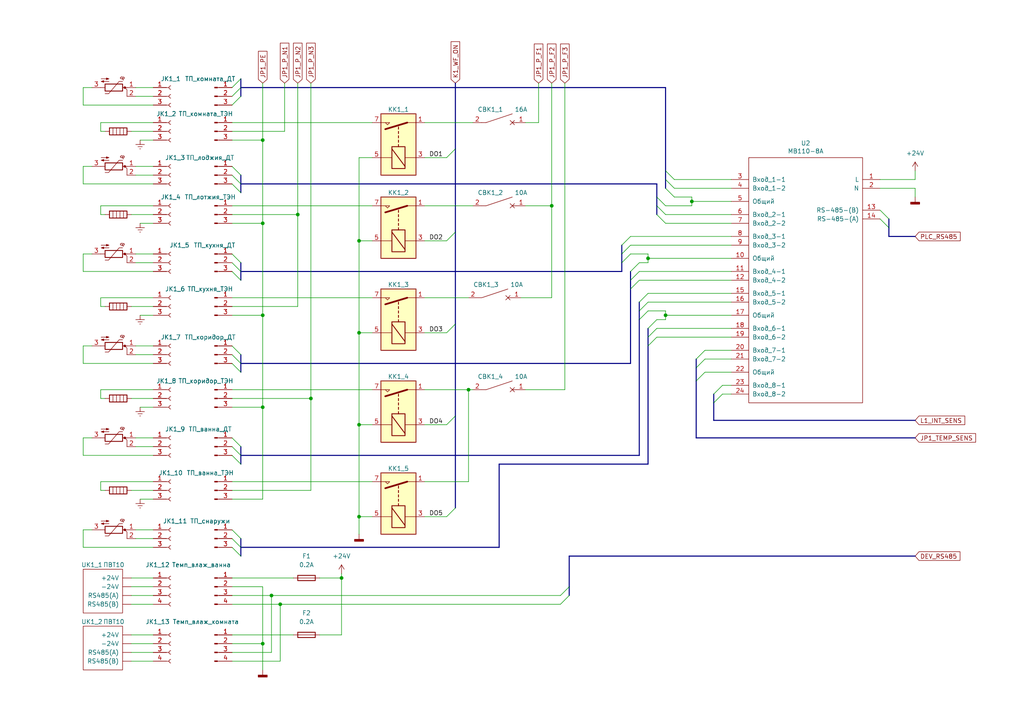
<source format=kicad_sch>
(kicad_sch (version 20211123) (generator eeschema)
  (paper "A4")
  (title_block (title "Климат, лист 1") (date "2023-02-01") (rev "2"))
  (lib_symbols
    (symbol "Connector:Conn_01x03_Female" (pin_names (offset 1.016) hide)
      (property "Reference" "J" (at 0 5.08 0))
      (property "Value" "Conn_01x03_Female" (at 0 -5.08 0))
      (symbol "Conn_01x03_Female_1_1"
        (arc (start 0 -2.032) (mid -0.508 -2.54) (end 0 -3.048) (stroke (width 0.1524)))
        (polyline (pts (xy -1.27 -2.54) (xy -0.508 -2.54)) (stroke (width 0.1524)))
        (polyline (pts (xy -1.27 0) (xy -0.508 0)) (stroke (width 0.1524)))
        (polyline (pts (xy -1.27 2.54) (xy -0.508 2.54)) (stroke (width 0.1524)))
        (arc (start 0 0.508) (mid -0.508 0) (end 0 -0.508) (stroke (width 0.1524)))
        (arc (start 0 3.048) (mid -0.508 2.54) (end 0 2.032) (stroke (width 0.1524)))
        (pin passive line (at -5.08 2.54 0) (length 3.81) (name "Pin_1") (number "1"))
        (pin passive line (at -5.08 0 0) (length 3.81) (name "Pin_2") (number "2"))
        (pin passive line (at -5.08 -2.54 0) (length 3.81) (name "Pin_3") (number "3"))
      )
    )
    (symbol "Connector:Conn_01x03_Male" (pin_names (offset 1.016) hide)
      (property "Reference" "J" (at 0 5.08 0))
      (property "Value" "Conn_01x03_Male" (at 0 -5.08 0))
      (symbol "Conn_01x03_Male_1_1"
        (polyline (pts (xy 1.27 -2.54) (xy 0.8636 -2.54)) (stroke (width 0.1524)))
        (polyline (pts (xy 1.27 0) (xy 0.8636 0)) (stroke (width 0.1524)))
        (polyline (pts (xy 1.27 2.54) (xy 0.8636 2.54)) (stroke (width 0.1524)))
        (rectangle (start 0.8636 -2.413) (end 0 -2.667) (stroke (width 0.1524)) (fill (type outline)))
        (rectangle (start 0.8636 0.127) (end 0 -0.127) (stroke (width 0.1524)) (fill (type outline)))
        (rectangle (start 0.8636 2.667) (end 0 2.413) (stroke (width 0.1524)) (fill (type outline)))
        (pin passive line (at 5.08 2.54 180) (length 3.81) (name "Pin_1") (number "1"))
        (pin passive line (at 5.08 0 180) (length 3.81) (name "Pin_2") (number "2"))
        (pin passive line (at 5.08 -2.54 180) (length 3.81) (name "Pin_3") (number "3"))
      )
    )
    (symbol "Connector:Conn_01x04_Female" (pin_names (offset 1.016) hide)
      (property "Reference" "J" (at 0 5.08 0))
      (property "Value" "Conn_01x04_Female" (at 0 -7.62 0))
      (symbol "Conn_01x04_Female_1_1"
        (arc (start 0 -4.572) (mid -0.508 -5.08) (end 0 -5.588) (stroke (width 0.1524)))
        (arc (start 0 -2.032) (mid -0.508 -2.54) (end 0 -3.048) (stroke (width 0.1524)))
        (polyline (pts (xy -1.27 -5.08) (xy -0.508 -5.08)) (stroke (width 0.1524)))
        (polyline (pts (xy -1.27 -2.54) (xy -0.508 -2.54)) (stroke (width 0.1524)))
        (polyline (pts (xy -1.27 0) (xy -0.508 0)) (stroke (width 0.1524)))
        (polyline (pts (xy -1.27 2.54) (xy -0.508 2.54)) (stroke (width 0.1524)))
        (arc (start 0 0.508) (mid -0.508 0) (end 0 -0.508) (stroke (width 0.1524)))
        (arc (start 0 3.048) (mid -0.508 2.54) (end 0 2.032) (stroke (width 0.1524)))
        (pin passive line (at -5.08 2.54 0) (length 3.81) (name "Pin_1") (number "1"))
        (pin passive line (at -5.08 0 0) (length 3.81) (name "Pin_2") (number "2"))
        (pin passive line (at -5.08 -2.54 0) (length 3.81) (name "Pin_3") (number "3"))
        (pin passive line (at -5.08 -5.08 0) (length 3.81) (name "Pin_4") (number "4"))
      )
    )
    (symbol "Connector:Conn_01x04_Male" (pin_names (offset 1.016) hide)
      (property "Reference" "J" (at 0 5.08 0))
      (property "Value" "Conn_01x04_Male" (at 0 -7.62 0))
      (symbol "Conn_01x04_Male_1_1"
        (polyline (pts (xy 1.27 -5.08) (xy 0.8636 -5.08)) (stroke (width 0.1524)))
        (polyline (pts (xy 1.27 -2.54) (xy 0.8636 -2.54)) (stroke (width 0.1524)))
        (polyline (pts (xy 1.27 0) (xy 0.8636 0)) (stroke (width 0.1524)))
        (polyline (pts (xy 1.27 2.54) (xy 0.8636 2.54)) (stroke (width 0.1524)))
        (rectangle (start 0.8636 -4.953) (end 0 -5.207) (stroke (width 0.1524)) (fill (type outline)))
        (rectangle (start 0.8636 -2.413) (end 0 -2.667) (stroke (width 0.1524)) (fill (type outline)))
        (rectangle (start 0.8636 0.127) (end 0 -0.127) (stroke (width 0.1524)) (fill (type outline)))
        (rectangle (start 0.8636 2.667) (end 0 2.413) (stroke (width 0.1524)) (fill (type outline)))
        (pin passive line (at 5.08 2.54 180) (length 3.81) (name "Pin_1") (number "1"))
        (pin passive line (at 5.08 0 180) (length 3.81) (name "Pin_2") (number "2"))
        (pin passive line (at 5.08 -2.54 180) (length 3.81) (name "Pin_3") (number "3"))
        (pin passive line (at 5.08 -5.08 180) (length 3.81) (name "Pin_4") (number "4"))
      )
    )
    (symbol "Device:CircuitBreaker_1P"
      (property "Reference" "CB" (at 1.905 0 0))
      (property "Value" "CircuitBreaker_1P" (at 1.905 1.905 0))
      (symbol "CircuitBreaker_1P_0_1"
        (polyline (pts (xy 0 -5.08) (xy 0 -3.81)))
        (polyline (pts (xy 0 -3.81) (xy -2.54 3.81)))
      )
      (symbol "CircuitBreaker_1P_1_1"
        (polyline (pts (xy -0.635 4.445) (xy 0.635 3.175)))
        (polyline (pts (xy 0 5.08) (xy 0 3.81)))
        (polyline (pts (xy 0.635 4.445) (xy -0.635 3.175)))
        (pin passive line (at 0 7.62 270) (length 2.54) (name "~") (number "1"))
        (pin passive line (at 0 -7.62 90) (length 2.54) (name "~") (number "2"))
      )
    )
    (symbol "Device:Fuse" (pin_numbers hide) (pin_names (offset 0))
      (property "Reference" "F" (at 2.032 0 90))
      (property "Value" "Fuse" (at -1.905 0 90))
      (symbol "Fuse_0_1"
        (rectangle (start -0.762 -2.54) (end 0.762 2.54) (stroke (width 0.254)))
        (polyline (pts (xy 0 2.54) (xy 0 -2.54)))
      )
      (symbol "Fuse_1_1"
        (pin passive line (at 0 3.81 270) (length 1.27) (name "~") (number "1"))
        (pin passive line (at 0 -3.81 90) (length 1.27) (name "~") (number "2"))
      )
    )
    (symbol "Device:Heater" (pin_numbers hide) (pin_names (offset 0))
      (property "Reference" "R" (at 2.032 0 90))
      (property "Value" "Heater" (at -2.032 0 90))
      (symbol "Heater_0_1"
        (rectangle (start -1.016 -2.54) (end 1.016 2.54) (stroke (width 0.254)))
        (polyline (pts (xy -1.016 1.524) (xy 1.016 1.524)))
        (polyline (pts (xy 1.016 -1.524) (xy -1.016 -1.524)))
        (polyline (pts (xy 1.016 -0.508) (xy -1.016 -0.508)))
        (polyline (pts (xy 1.016 0.508) (xy -1.016 0.508)))
      )
      (symbol "Heater_1_1"
        (pin passive line (at 0 3.81 270) (length 1.27) (name "~") (number "1"))
        (pin passive line (at 0 -3.81 90) (length 1.27) (name "~") (number "2"))
      )
    )
    (symbol "Relay:SILxx-1Axx-71x"
      (property "Reference" "K" (at 8.89 3.81 0))
      (property "Value" "SILxx-1Axx-71x" (at 8.89 1.27 0))
      (symbol "SILxx-1Axx-71x_0_0"
        (polyline (pts (xy 5.08 5.08) (xy 5.08 2.54) (xy 4.445 3.175) (xy 5.08 3.81)))
      )
      (symbol "SILxx-1Axx-71x_0_1"
        (rectangle (start -10.16 5.08) (end 7.62 -5.08) (stroke (width 0.254)) (fill (type background)))
        (rectangle (start -8.255 1.905) (end -1.905 -1.905) (stroke (width 0.254)))
        (polyline (pts (xy -7.62 -1.905) (xy -2.54 1.905)) (stroke (width 0.254)))
        (polyline (pts (xy -5.08 -5.08) (xy -5.08 -1.905)))
        (polyline (pts (xy -5.08 5.08) (xy -5.08 1.905)))
        (polyline (pts (xy -1.905 0) (xy -1.27 0)) (stroke (width 0.254)))
        (polyline (pts (xy -0.635 0) (xy 0 0)) (stroke (width 0.254)))
        (polyline (pts (xy 0.635 0) (xy 1.27 0)) (stroke (width 0.254)))
        (polyline (pts (xy 1.905 0) (xy 2.54 0)) (stroke (width 0.254)))
        (polyline (pts (xy 3.175 0) (xy 3.81 0)) (stroke (width 0.254)))
        (polyline (pts (xy 5.08 -2.54) (xy 3.175 3.81)) (stroke (width 0.508)))
        (polyline (pts (xy 5.08 -2.54) (xy 5.08 -5.08)))
      )
      (symbol "SILxx-1Axx-71x_1_1"
        (pin passive line (at 5.08 -7.62 90) (length 2.54) (name "~") (number "1"))
        (pin passive line (at -5.08 -7.62 90) (length 2.54) (name "~") (number "3"))
        (pin passive line (at -5.08 7.62 270) (length 2.54) (name "~") (number "5"))
        (pin passive line (at 5.08 7.62 270) (length 2.54) (name "~") (number "7"))
      )
    )
    (symbol "climat_1-rescue:Thermistor_NTC_3wire-Device" (pin_names (offset 0))
      (property "Reference" "TH" (at 1.905 3.81 0))
      (property "Value" "Thermistor_NTC_3wire-Device" (at 1.905 1.27 0))
      (symbol "Thermistor_NTC_3wire-Device_0_1"
        (arc (start -3.048 2.159) (mid -3.0495 2.3143) (end -3.175 2.413))
        (arc (start -3.048 2.159) (mid -2.9736 1.9794) (end -2.794 1.905))
        (arc (start -3.048 2.794) (mid -2.9736 2.6144) (end -2.794 2.54))
        (arc (start -2.794 1.905) (mid -2.6144 1.9794) (end -2.54 2.159))
        (arc (start -2.794 2.54) (mid -2.4393 2.5587) (end -2.159 2.794))
        (arc (start -2.794 3.048) (mid -2.9736 2.9736) (end -3.048 2.794))
        (arc (start -2.54 2.794) (mid -2.6144 2.9736) (end -2.794 3.048))
        (rectangle (start -1.016 2.54) (end 1.016 -2.54) (stroke (width 0.254)))
        (polyline (pts (xy -2.54 2.159) (xy -2.54 2.794)))
        (polyline (pts (xy 0 -3.81) (xy 0 -2.54)))
        (polyline (pts (xy 0 3.81) (xy 0 2.54)))
        (polyline (pts (xy 2.54 3.81) (xy 0.635 3.81) (xy 0 3.175)))
        (polyline (pts (xy -1.778 2.54) (xy -1.778 1.524) (xy 1.778 -1.524) (xy 1.778 -2.54)))
        (polyline (pts (xy -2.54 -3.683) (xy -2.54 -1.397) (xy -2.794 -2.159) (xy -2.286 -2.159) (xy -2.54 -1.397) (xy -2.54 -1.651)) (fill (type outline)))
        (polyline (pts (xy -1.778 -1.397) (xy -1.778 -3.683) (xy -2.032 -2.921) (xy -1.524 -2.921) (xy -1.778 -3.683) (xy -1.778 -3.429)) (fill (type outline)))
        (circle (center 0 3.175) (radius 0.2794) (fill (type outline)))
      )
      (symbol "Thermistor_NTC_3wire-Device_1_1"
        (pin passive line (at 0 6.35 270) (length 2.54) (name "~") (number "1"))
        (pin passive line (at 2.54 6.35 270) (length 2.54) (name "~") (number "2"))
        (pin passive line (at 0 -6.35 90) (length 2.54) (name "~") (number "3"))
      )
    )
    (symbol "climat_1-rescue:МВ110-8А-plc" (pin_names (offset 1.016))
      (property "Reference" "U" (at 0 0 0))
      (property "Value" "МВ110-8А-plc" (at 0 2.54 0))
      (symbol "МВ110-8А-plc_0_1"
        (rectangle (start -16.51 5.08) (end 16.51 -66.04))
      )
      (symbol "МВ110-8А-plc_1_1"
        (pin power_in line (at 21.59 -1.27 180) (length 5.08) (name "L") (number "1"))
        (pin input line (at -21.59 -24.13 0) (length 5.08) (name "Общий") (number "10"))
        (pin input line (at -21.59 -27.94 0) (length 5.08) (name "Вход_4-1") (number "11"))
        (pin input line (at -21.59 -30.48 0) (length 5.08) (name "Вход_4-2") (number "12"))
        (pin bidirectional line (at 21.59 -10.16 180) (length 5.08) (name "RS-485-(B)") (number "13"))
        (pin bidirectional line (at 21.59 -12.7 180) (length 5.08) (name "RS-485-(A)") (number "14"))
        (pin input line (at -21.59 -34.29 0) (length 5.08) (name "Вход_5-1") (number "15"))
        (pin input line (at -21.59 -36.83 0) (length 5.08) (name "Вход_5-2") (number "16"))
        (pin input line (at -21.59 -40.64 0) (length 5.08) (name "Общий") (number "17"))
        (pin input line (at -21.59 -44.45 0) (length 5.08) (name "Вход_6-1") (number "18"))
        (pin input line (at -21.59 -46.99 0) (length 5.08) (name "Вход_6-2") (number "19"))
        (pin power_in line (at 21.59 -3.81 180) (length 5.08) (name "N") (number "2"))
        (pin input line (at -21.59 -50.8 0) (length 5.08) (name "Вход_7-1") (number "20"))
        (pin input line (at -21.59 -53.34 0) (length 5.08) (name "Вход_7-2") (number "21"))
        (pin input line (at -21.59 -57.15 0) (length 5.08) (name "Общий") (number "22"))
        (pin input line (at -21.59 -60.96 0) (length 5.08) (name "Вход_8-1") (number "23"))
        (pin input line (at -21.59 -63.5 0) (length 5.08) (name "Вход_8-2") (number "24"))
        (pin input line (at -21.59 -1.27 0) (length 5.08) (name "Вход_1-1") (number "3"))
        (pin input line (at -21.59 -3.81 0) (length 5.08) (name "Вход_1-2") (number "4"))
        (pin input line (at -21.59 -7.62 0) (length 5.08) (name "Общий") (number "5"))
        (pin input line (at -21.59 -11.43 0) (length 5.08) (name "Вход_2-1") (number "6"))
        (pin input line (at -21.59 -13.97 0) (length 5.08) (name "Вход_2-2") (number "7"))
        (pin input line (at -21.59 -17.78 0) (length 5.08) (name "Вход_3-1") (number "8"))
        (pin input line (at -21.59 -20.32 0) (length 5.08) (name "Вход_3-2") (number "9"))
      )
    )
    (symbol "plc:ПВТ10" (pin_names (offset 1.016))
      (property "Reference" "U" (at 0 2.54 0))
      (property "Value" "ПВТ10" (at 0 5.08 0))
      (symbol "ПВТ10_0_1"
        (rectangle (start -7.62 1.27) (end 3.81 -11.43))
      )
      (symbol "ПВТ10_1_1"
        (pin power_in line (at 6.35 -1.27 180) (length 2.54) (name "+24V") (number "~"))
        (pin power_in line (at 6.35 -3.81 180) (length 2.54) (name "-24V") (number "~"))
        (pin bidirectional line (at 6.35 -6.35 180) (length 2.54) (name "RS485(A)") (number "~"))
        (pin bidirectional line (at 6.35 -8.89 180) (length 2.54) (name "RS485(B)") (number "~"))
      )
    )
    (symbol "power:+24V" (power) (pin_names (offset 0))
      (property "Value" "+24V" (at 0 3.556 0))
      (symbol "+24V_0_1"
        (polyline (pts (xy -0.762 1.27) (xy 0 2.54)))
        (polyline (pts (xy 0 0) (xy 0 2.54)))
        (polyline (pts (xy 0 2.54) (xy 0.762 1.27)))
      )
      (symbol "+24V_1_1"
        (pin power_in line (at 0 0 90) (length 0) hide (name "+24V") (number "1"))
      )
    )
    (symbol "power:GNDD" (power) (pin_names (offset 0))
      (property "Value" "GNDD" (at 0 -3.175 0))
      (symbol "GNDD_0_1"
        (rectangle (start -1.27 -1.524) (end 1.27 -2.032) (stroke (width 0.254)) (fill (type outline)))
        (polyline (pts (xy 0 0) (xy 0 -1.524)))
      )
      (symbol "GNDD_1_1"
        (pin power_in line (at 0 0 270) (length 0) hide (name "GNDD") (number "1"))
      )
    )
    (symbol "power:GNDREF" (power) (pin_names (offset 0))
      (property "Value" "GNDREF" (at 0 -3.81 0))
      (symbol "GNDREF_0_1"
        (polyline (pts (xy -0.635 -1.905) (xy 0.635 -1.905)))
        (polyline (pts (xy -0.127 -2.54) (xy 0.127 -2.54)))
        (polyline (pts (xy 0 -1.27) (xy 0 0)))
        (polyline (pts (xy 1.27 -1.27) (xy -1.27 -1.27)))
      )
      (symbol "GNDREF_1_1"
        (pin power_in line (at 0 0 270) (length 0) hide (name "GNDREF") (number "1"))
      )
    )
  )
  (junction (at 99.06 167.64))
  (junction (at 90.17 115.57))
  (junction (at 76.2 40.64))
  (junction (at 135.89 113.03))
  (junction (at 193.04 91.44))
  (junction (at 187.96 74.93))
  (junction (at 104.14 123.19))
  (junction (at 76.2 91.44))
  (junction (at 104.14 149.86))
  (junction (at 200.66 58.42))
  (junction (at 104.14 96.52))
  (junction (at 86.36 62.23))
  (junction (at 76.2 64.77))
  (junction (at 81.28 175.26))
  (junction (at 160.02 59.69))
  (junction (at 76.2 186.69))
  (junction (at 78.74 172.72))
  (junction (at 104.14 69.85))
  (junction (at 76.2 118.11))
  (bus_entry (at 193.04 54.61) (size 2.54 2.54))
  (bus_entry (at 182.88 83.82) (size 2.54 -2.54))
  (bus_entry (at 182.88 78.74) (size 2.54 -2.54))
  (bus_entry (at 129.54 69.85) (size 2.54 -2.54))
  (bus_entry (at 190.5 57.15) (size 2.54 2.54))
  (bus_entry (at 129.54 96.52) (size 2.54 -2.54))
  (bus_entry (at 67.31 48.26) (size 2.54 2.54))
  (bus_entry (at 190.5 59.69) (size 2.54 2.54))
  (bus_entry (at 129.54 45.72) (size 2.54 -2.54))
  (bus_entry (at 67.31 105.41) (size 2.54 2.54))
  (bus_entry (at 187.96 100.33) (size 2.54 -2.54))
  (bus_entry (at 129.54 123.19) (size 2.54 -2.54))
  (bus_entry (at 67.31 158.75) (size 2.54 2.54))
  (bus_entry (at 185.42 87.63) (size 2.54 -2.54))
  (bus_entry (at 67.31 25.4) (size 2.54 -2.54))
  (bus_entry (at 67.31 102.87) (size 2.54 2.54))
  (bus_entry (at 67.31 129.54) (size 2.54 2.54))
  (bus_entry (at 207.01 114.3) (size 2.54 -2.54))
  (bus_entry (at 67.31 100.33) (size 2.54 2.54))
  (bus_entry (at 193.04 49.53) (size 2.54 2.54))
  (bus_entry (at 180.34 73.66) (size 2.54 -2.54))
  (bus_entry (at 67.31 156.21) (size 2.54 2.54))
  (bus_entry (at 180.34 76.2) (size 2.54 -2.54))
  (bus_entry (at 67.31 27.94) (size 2.54 -2.54))
  (bus_entry (at 67.31 53.34) (size 2.54 2.54))
  (bus_entry (at 185.42 92.71) (size 2.54 -2.54))
  (bus_entry (at 182.88 81.28) (size 2.54 -2.54))
  (bus_entry (at 207.01 116.84) (size 2.54 -2.54))
  (bus_entry (at 67.31 30.48) (size 2.54 -2.54))
  (bus_entry (at 67.31 78.74) (size 2.54 2.54))
  (bus_entry (at 201.93 104.14) (size 2.54 -2.54))
  (bus_entry (at 187.96 95.25) (size 2.54 -2.54))
  (bus_entry (at 129.54 149.86) (size 2.54 -2.54))
  (bus_entry (at 162.56 175.26) (size 2.54 -2.54))
  (bus_entry (at 193.04 52.07) (size 2.54 2.54))
  (bus_entry (at 255.27 60.96) (size 2.54 2.54))
  (bus_entry (at 67.31 127) (size 2.54 2.54))
  (bus_entry (at 255.27 63.5) (size 2.54 2.54))
  (bus_entry (at 201.93 110.49) (size 2.54 -2.54))
  (bus_entry (at 67.31 50.8) (size 2.54 2.54))
  (bus_entry (at 180.34 71.12) (size 2.54 -2.54))
  (bus_entry (at 190.5 62.23) (size 2.54 2.54))
  (bus_entry (at 67.31 73.66) (size 2.54 2.54))
  (bus_entry (at 67.31 132.08) (size 2.54 2.54))
  (bus_entry (at 185.42 90.17) (size 2.54 -2.54))
  (bus_entry (at 67.31 76.2) (size 2.54 2.54))
  (bus_entry (at 67.31 153.67) (size 2.54 2.54))
  (bus_entry (at 201.93 106.68) (size 2.54 -2.54))
  (bus_entry (at 187.96 97.79) (size 2.54 -2.54))
  (bus_entry (at 162.56 172.72) (size 2.54 -2.54))
  (wire (pts (xy 67.31 186.69) (xy 76.2 186.69)))
  (bus (pts (xy 69.85 158.75) (xy 144.78 158.75)))
  (bus (pts (xy 165.1 161.29) (xy 165.1 170.18)))
  (wire (pts (xy 39.37 48.26) (xy 44.45 48.26)))
  (wire (pts (xy 76.2 64.77) (xy 76.2 40.64)))
  (wire (pts (xy 200.66 57.15) (xy 200.66 58.42)))
  (bus (pts (xy 180.34 73.66) (xy 180.34 76.2)))
  (wire (pts (xy 193.04 62.23) (xy 212.09 62.23)))
  (wire (pts (xy 135.89 139.7) (xy 135.89 113.03)))
  (wire (pts (xy 76.2 144.78) (xy 76.2 118.11)))
  (wire (pts (xy 187.96 90.17) (xy 193.04 90.17)))
  (bus (pts (xy 201.93 127) (xy 265.43 127)))
  (wire (pts (xy 92.71 167.64) (xy 99.06 167.64)))
  (wire (pts (xy 76.2 186.69) (xy 76.2 170.18)))
  (bus (pts (xy 69.85 25.4) (xy 69.85 27.94)))
  (wire (pts (xy 29.21 88.9) (xy 30.48 88.9)))
  (wire (pts (xy 76.2 24.13) (xy 76.2 40.64)))
  (wire (pts (xy 81.28 191.77) (xy 81.28 175.26)))
  (wire (pts (xy 187.96 76.2) (xy 185.42 76.2)))
  (wire (pts (xy 76.2 91.44) (xy 67.31 91.44)))
  (wire (pts (xy 24.13 48.26) (xy 26.67 48.26)))
  (wire (pts (xy 123.19 86.36) (xy 135.89 86.36)))
  (wire (pts (xy 182.88 71.12) (xy 212.09 71.12)))
  (bus (pts (xy 69.85 129.54) (xy 69.85 132.08)))
  (wire (pts (xy 182.88 73.66) (xy 187.96 73.66)))
  (wire (pts (xy 44.45 88.9) (xy 38.1 88.9)))
  (bus (pts (xy 193.04 52.07) (xy 193.04 54.61)))
  (wire (pts (xy 38.1 189.23) (xy 44.45 189.23)))
  (wire (pts (xy 265.43 54.61) (xy 265.43 57.15)))
  (wire (pts (xy 39.37 27.94) (xy 44.45 27.94)))
  (wire (pts (xy 104.14 149.86) (xy 107.95 149.86)))
  (bus (pts (xy 69.85 78.74) (xy 180.34 78.74)))
  (bus (pts (xy 69.85 132.08) (xy 69.85 134.62)))
  (wire (pts (xy 195.58 54.61) (xy 212.09 54.61)))
  (wire (pts (xy 44.45 78.74) (xy 24.13 78.74)))
  (bus (pts (xy 207.01 121.92) (xy 265.43 121.92)))
  (wire (pts (xy 187.96 87.63) (xy 212.09 87.63)))
  (wire (pts (xy 200.66 58.42) (xy 200.66 59.69)))
  (bus (pts (xy 69.85 102.87) (xy 69.85 105.41)))
  (wire (pts (xy 265.43 49.53) (xy 265.43 52.07)))
  (bus (pts (xy 144.78 134.62) (xy 187.96 134.62)))
  (wire (pts (xy 39.37 129.54) (xy 44.45 129.54)))
  (wire (pts (xy 67.31 38.1) (xy 82.55 38.1)))
  (wire (pts (xy 104.14 96.52) (xy 104.14 123.19)))
  (wire (pts (xy 44.45 139.7) (xy 29.21 139.7)))
  (wire (pts (xy 190.5 95.25) (xy 212.09 95.25)))
  (wire (pts (xy 67.31 172.72) (xy 78.74 172.72)))
  (bus (pts (xy 69.85 132.08) (xy 185.42 132.08)))
  (wire (pts (xy 39.37 50.8) (xy 44.45 50.8)))
  (wire (pts (xy 123.19 149.86) (xy 129.54 149.86)))
  (wire (pts (xy 24.13 105.41) (xy 24.13 100.33)))
  (wire (pts (xy 29.21 59.69) (xy 29.21 62.23)))
  (wire (pts (xy 29.21 62.23) (xy 30.48 62.23)))
  (bus (pts (xy 144.78 134.62) (xy 144.78 158.75)))
  (bus (pts (xy 185.42 87.63) (xy 185.42 90.17)))
  (wire (pts (xy 187.96 74.93) (xy 187.96 76.2)))
  (wire (pts (xy 193.04 91.44) (xy 212.09 91.44)))
  (wire (pts (xy 81.28 175.26) (xy 162.56 175.26)))
  (wire (pts (xy 24.13 158.75) (xy 24.13 153.67)))
  (bus (pts (xy 69.85 53.34) (xy 190.5 53.34)))
  (wire (pts (xy 39.37 76.2) (xy 44.45 76.2)))
  (wire (pts (xy 67.31 62.23) (xy 86.36 62.23)))
  (wire (pts (xy 135.89 113.03) (xy 137.16 113.03)))
  (wire (pts (xy 255.27 52.07) (xy 265.43 52.07)))
  (wire (pts (xy 44.45 62.23) (xy 38.1 62.23)))
  (wire (pts (xy 24.13 132.08) (xy 24.13 127)))
  (bus (pts (xy 132.08 67.31) (xy 132.08 93.98)))
  (bus (pts (xy 69.85 105.41) (xy 69.85 107.95)))
  (bus (pts (xy 182.88 78.74) (xy 182.88 81.28)))
  (wire (pts (xy 195.58 52.07) (xy 212.09 52.07)))
  (wire (pts (xy 86.36 62.23) (xy 86.36 88.9)))
  (wire (pts (xy 67.31 167.64) (xy 85.09 167.64)))
  (wire (pts (xy 39.37 156.21) (xy 44.45 156.21)))
  (bus (pts (xy 69.85 78.74) (xy 69.85 81.28)))
  (wire (pts (xy 38.1 184.15) (xy 44.45 184.15)))
  (wire (pts (xy 44.45 35.56) (xy 29.21 35.56)))
  (bus (pts (xy 193.04 25.4) (xy 193.04 49.53)))
  (bus (pts (xy 132.08 43.18) (xy 132.08 67.31)))
  (wire (pts (xy 39.37 127) (xy 44.45 127)))
  (bus (pts (xy 69.85 53.34) (xy 69.85 55.88)))
  (wire (pts (xy 44.45 115.57) (xy 38.1 115.57)))
  (bus (pts (xy 69.85 76.2) (xy 69.85 78.74)))
  (wire (pts (xy 90.17 24.13) (xy 90.17 115.57)))
  (wire (pts (xy 67.31 175.26) (xy 81.28 175.26)))
  (bus (pts (xy 69.85 158.75) (xy 69.85 161.29)))
  (bus (pts (xy 69.85 22.86) (xy 69.85 25.4)))
  (bus (pts (xy 201.93 110.49) (xy 201.93 127)))
  (bus (pts (xy 132.08 24.13) (xy 132.08 43.18)))
  (wire (pts (xy 123.19 123.19) (xy 129.54 123.19)))
  (wire (pts (xy 193.04 90.17) (xy 193.04 91.44)))
  (wire (pts (xy 39.37 153.67) (xy 44.45 153.67)))
  (wire (pts (xy 40.64 91.44) (xy 44.45 91.44)))
  (wire (pts (xy 76.2 118.11) (xy 76.2 91.44)))
  (wire (pts (xy 44.45 105.41) (xy 24.13 105.41)))
  (wire (pts (xy 29.21 35.56) (xy 29.21 38.1)))
  (wire (pts (xy 185.42 78.74) (xy 212.09 78.74)))
  (bus (pts (xy 257.81 68.58) (xy 265.43 68.58)))
  (wire (pts (xy 38.1 167.64) (xy 44.45 167.64)))
  (wire (pts (xy 195.58 57.15) (xy 200.66 57.15)))
  (wire (pts (xy 67.31 184.15) (xy 85.09 184.15)))
  (wire (pts (xy 209.55 114.3) (xy 212.09 114.3)))
  (wire (pts (xy 92.71 184.15) (xy 99.06 184.15)))
  (wire (pts (xy 39.37 73.66) (xy 44.45 73.66)))
  (wire (pts (xy 44.45 38.1) (xy 38.1 38.1)))
  (wire (pts (xy 76.2 186.69) (xy 76.2 194.31)))
  (wire (pts (xy 40.64 118.11) (xy 44.45 118.11)))
  (wire (pts (xy 44.45 59.69) (xy 29.21 59.69)))
  (bus (pts (xy 185.42 92.71) (xy 185.42 132.08)))
  (wire (pts (xy 44.45 142.24) (xy 38.1 142.24)))
  (bus (pts (xy 193.04 49.53) (xy 193.04 52.07)))
  (wire (pts (xy 182.88 68.58) (xy 212.09 68.58)))
  (wire (pts (xy 99.06 184.15) (xy 99.06 167.64)))
  (wire (pts (xy 212.09 74.93) (xy 187.96 74.93)))
  (wire (pts (xy 123.19 69.85) (xy 129.54 69.85)))
  (wire (pts (xy 123.19 59.69) (xy 137.16 59.69)))
  (wire (pts (xy 67.31 115.57) (xy 90.17 115.57)))
  (bus (pts (xy 257.81 63.5) (xy 257.81 66.04)))
  (wire (pts (xy 104.14 149.86) (xy 104.14 154.94)))
  (wire (pts (xy 107.95 45.72) (xy 104.14 45.72)))
  (wire (pts (xy 123.19 139.7) (xy 135.89 139.7)))
  (wire (pts (xy 104.14 123.19) (xy 107.95 123.19)))
  (wire (pts (xy 67.31 86.36) (xy 107.95 86.36)))
  (wire (pts (xy 204.47 107.95) (xy 212.09 107.95)))
  (wire (pts (xy 67.31 170.18) (xy 76.2 170.18)))
  (wire (pts (xy 44.45 53.34) (xy 24.13 53.34)))
  (wire (pts (xy 187.96 85.09) (xy 212.09 85.09)))
  (bus (pts (xy 69.85 25.4) (xy 193.04 25.4)))
  (wire (pts (xy 44.45 170.18) (xy 38.1 170.18)))
  (wire (pts (xy 193.04 92.71) (xy 190.5 92.71)))
  (bus (pts (xy 69.85 105.41) (xy 182.88 105.41)))
  (wire (pts (xy 24.13 78.74) (xy 24.13 73.66)))
  (wire (pts (xy 67.31 191.77) (xy 81.28 191.77)))
  (wire (pts (xy 160.02 86.36) (xy 151.13 86.36)))
  (wire (pts (xy 78.74 172.72) (xy 162.56 172.72)))
  (bus (pts (xy 187.96 100.33) (xy 187.96 134.62)))
  (wire (pts (xy 255.27 54.61) (xy 265.43 54.61)))
  (wire (pts (xy 163.83 24.13) (xy 163.83 113.03)))
  (bus (pts (xy 187.96 97.79) (xy 187.96 100.33)))
  (wire (pts (xy 123.19 96.52) (xy 129.54 96.52)))
  (wire (pts (xy 99.06 167.64) (xy 99.06 166.37)))
  (bus (pts (xy 190.5 53.34) (xy 190.5 57.15)))
  (wire (pts (xy 76.2 40.64) (xy 67.31 40.64)))
  (wire (pts (xy 24.13 30.48) (xy 24.13 25.4)))
  (wire (pts (xy 160.02 24.13) (xy 160.02 59.69)))
  (bus (pts (xy 182.88 83.82) (xy 182.88 105.41)))
  (bus (pts (xy 185.42 90.17) (xy 185.42 92.71)))
  (wire (pts (xy 152.4 35.56) (xy 156.21 35.56)))
  (wire (pts (xy 44.45 86.36) (xy 29.21 86.36)))
  (wire (pts (xy 38.1 172.72) (xy 44.45 172.72)))
  (wire (pts (xy 163.83 113.03) (xy 152.4 113.03)))
  (bus (pts (xy 257.81 66.04) (xy 257.81 68.58)))
  (wire (pts (xy 29.21 142.24) (xy 30.48 142.24)))
  (wire (pts (xy 29.21 38.1) (xy 30.48 38.1)))
  (wire (pts (xy 67.31 35.56) (xy 107.95 35.56)))
  (bus (pts (xy 132.08 93.98) (xy 132.08 120.65)))
  (bus (pts (xy 165.1 170.18) (xy 165.1 172.72)))
  (wire (pts (xy 76.2 118.11) (xy 67.31 118.11)))
  (bus (pts (xy 190.5 57.15) (xy 190.5 59.69)))
  (wire (pts (xy 185.42 81.28) (xy 212.09 81.28)))
  (wire (pts (xy 123.19 35.56) (xy 137.16 35.56)))
  (bus (pts (xy 187.96 95.25) (xy 187.96 97.79)))
  (wire (pts (xy 29.21 86.36) (xy 29.21 88.9)))
  (wire (pts (xy 44.45 132.08) (xy 24.13 132.08)))
  (wire (pts (xy 90.17 115.57) (xy 90.17 142.24)))
  (wire (pts (xy 38.1 175.26) (xy 44.45 175.26)))
  (bus (pts (xy 190.5 59.69) (xy 190.5 62.23)))
  (wire (pts (xy 29.21 115.57) (xy 30.48 115.57)))
  (bus (pts (xy 201.93 106.68) (xy 201.93 110.49)))
  (wire (pts (xy 44.45 30.48) (xy 24.13 30.48)))
  (bus (pts (xy 207.01 114.3) (xy 207.01 116.84)))
  (wire (pts (xy 40.64 144.78) (xy 44.45 144.78)))
  (wire (pts (xy 193.04 64.77) (xy 212.09 64.77)))
  (wire (pts (xy 24.13 53.34) (xy 24.13 48.26)))
  (bus (pts (xy 265.43 161.29) (xy 165.1 161.29)))
  (wire (pts (xy 76.2 64.77) (xy 67.31 64.77)))
  (wire (pts (xy 29.21 139.7) (xy 29.21 142.24)))
  (wire (pts (xy 67.31 59.69) (xy 107.95 59.69)))
  (wire (pts (xy 204.47 101.6) (xy 212.09 101.6)))
  (wire (pts (xy 76.2 91.44) (xy 76.2 64.77)))
  (wire (pts (xy 104.14 69.85) (xy 107.95 69.85)))
  (wire (pts (xy 24.13 25.4) (xy 26.67 25.4)))
  (wire (pts (xy 67.31 139.7) (xy 107.95 139.7)))
  (wire (pts (xy 39.37 102.87) (xy 44.45 102.87)))
  (wire (pts (xy 193.04 91.44) (xy 193.04 92.71)))
  (wire (pts (xy 24.13 100.33) (xy 26.67 100.33)))
  (wire (pts (xy 190.5 97.79) (xy 212.09 97.79)))
  (wire (pts (xy 29.21 113.03) (xy 29.21 115.57)))
  (wire (pts (xy 123.19 45.72) (xy 129.54 45.72)))
  (wire (pts (xy 82.55 38.1) (xy 82.55 24.13)))
  (wire (pts (xy 67.31 113.03) (xy 107.95 113.03)))
  (wire (pts (xy 204.47 104.14) (xy 212.09 104.14)))
  (bus (pts (xy 201.93 104.14) (xy 201.93 106.68)))
  (wire (pts (xy 123.19 113.03) (xy 135.89 113.03)))
  (wire (pts (xy 78.74 189.23) (xy 78.74 172.72)))
  (wire (pts (xy 24.13 153.67) (xy 26.67 153.67)))
  (bus (pts (xy 207.01 116.84) (xy 207.01 121.92)))
  (wire (pts (xy 39.37 100.33) (xy 44.45 100.33)))
  (wire (pts (xy 38.1 186.69) (xy 44.45 186.69)))
  (wire (pts (xy 86.36 24.13) (xy 86.36 62.23)))
  (wire (pts (xy 160.02 59.69) (xy 152.4 59.69)))
  (bus (pts (xy 180.34 76.2) (xy 180.34 78.74)))
  (wire (pts (xy 24.13 73.66) (xy 26.67 73.66)))
  (wire (pts (xy 160.02 59.69) (xy 160.02 86.36)))
  (wire (pts (xy 104.14 96.52) (xy 107.95 96.52)))
  (wire (pts (xy 24.13 127) (xy 26.67 127)))
  (wire (pts (xy 67.31 189.23) (xy 78.74 189.23)))
  (wire (pts (xy 67.31 142.24) (xy 90.17 142.24)))
  (bus (pts (xy 182.88 81.28) (xy 182.88 83.82)))
  (bus (pts (xy 69.85 156.21) (xy 69.85 158.75)))
  (wire (pts (xy 44.45 113.03) (xy 29.21 113.03)))
  (wire (pts (xy 40.64 64.77) (xy 44.45 64.77)))
  (bus (pts (xy 69.85 50.8) (xy 69.85 53.34)))
  (wire (pts (xy 104.14 69.85) (xy 104.14 96.52)))
  (wire (pts (xy 104.14 123.19) (xy 104.14 149.86)))
  (wire (pts (xy 44.45 158.75) (xy 24.13 158.75)))
  (wire (pts (xy 187.96 73.66) (xy 187.96 74.93)))
  (wire (pts (xy 39.37 25.4) (xy 44.45 25.4)))
  (wire (pts (xy 104.14 45.72) (xy 104.14 69.85)))
  (wire (pts (xy 67.31 144.78) (xy 76.2 144.78)))
  (wire (pts (xy 209.55 111.76) (xy 212.09 111.76)))
  (bus (pts (xy 132.08 120.65) (xy 132.08 147.32)))
  (wire (pts (xy 86.36 88.9) (xy 67.31 88.9)))
  (wire (pts (xy 40.64 40.64) (xy 44.45 40.64)))
  (wire (pts (xy 200.66 59.69) (xy 193.04 59.69)))
  (wire (pts (xy 156.21 35.56) (xy 156.21 24.13)))
  (bus (pts (xy 180.34 71.12) (xy 180.34 73.66)))
  (wire (pts (xy 38.1 191.77) (xy 44.45 191.77)))
  (wire (pts (xy 200.66 58.42) (xy 212.09 58.42)))
  (label "DO3" (at 124.46 96.52 0))
  (label "DO5" (at 124.46 149.86 0))
  (label "DO1" (at 124.46 45.72 0))
  (label "DO2" (at 124.46 69.85 0))
  (label "DO4" (at 124.46 123.19 0))
  (global_label "JP1_TEMP_SENS" (shape input) (at 265.43 127 0) (property "Intersheet References" "${INTERSHEET_REFS}" (effects hide)))
  (global_label "JP1_PE" (shape input) (at 76.2 24.13 90) (property "Intersheet References" "${INTERSHEET_REFS}" (effects hide)))
  (global_label "JP1_P_F1" (shape input) (at 156.21 24.13 90) (property "Intersheet References" "${INTERSHEET_REFS}" (effects hide)))
  (global_label "JP1_P_F2" (shape input) (at 160.02 24.13 90) (property "Intersheet References" "${INTERSHEET_REFS}" (effects hide)))
  (global_label "JP1_P_N3" (shape input) (at 90.17 24.13 90) (property "Intersheet References" "${INTERSHEET_REFS}" (effects hide)))
  (global_label "JP1_P_N1" (shape input) (at 82.55 24.13 90) (property "Intersheet References" "${INTERSHEET_REFS}" (effects hide)))
  (global_label "DEV_RS485" (shape input) (at 265.43 161.29 0) (property "Intersheet References" "${INTERSHEET_REFS}" (effects hide)))
  (global_label "JP1_P_F3" (shape input) (at 163.83 24.13 90) (property "Intersheet References" "${INTERSHEET_REFS}" (effects hide)))
  (global_label "PLC_RS485" (shape input) (at 265.43 68.58 0) (property "Intersheet References" "${INTERSHEET_REFS}" (effects hide)))
  (global_label "JP1_P_N2" (shape input) (at 86.36 24.13 90) (property "Intersheet References" "${INTERSHEET_REFS}" (effects hide)))
  (global_label "L1_INT_SENS" (shape input) (at 265.43 121.92 0) (property "Intersheet References" "${INTERSHEET_REFS}" (effects hide)))
  (global_label "K1_WF_ON" (shape input) (at 132.08 24.13 90) (property "Intersheet References" "${INTERSHEET_REFS}" (effects hide)))
  (symbol (lib_id "Connector:Conn_01x03_Male") (at 62.23 27.94 0) (unit 1)
    (property "Reference" "JК1_1" (at 49.53 22.86 0))
    (property "Value" "ТП_комната_ДТ" (at 60.96 22.86 0))
  )
  (symbol (lib_id "Connector:Conn_01x03_Male") (at 62.23 38.1 0) (unit 1)
    (property "Reference" "JК1_2" (at 48.26 33.02 0))
    (property "Value" "ТП_комната_ТЭН" (at 59.69 33.02 0))
  )
  (symbol (lib_id "Connector:Conn_01x03_Male") (at 62.23 50.8 0) (unit 1)
    (property "Reference" "JК1_3" (at 50.8 45.72 0))
    (property "Value" "ТП_лоджия_ДТ" (at 60.96 45.72 0))
  )
  (symbol (lib_id "Connector:Conn_01x03_Male") (at 62.23 62.23 0) (unit 1)
    (property "Reference" "JК1_4" (at 49.53 57.15 0))
    (property "Value" "ТП_лотжия_ТЭН" (at 60.96 57.15 0))
  )
  (symbol (lib_id "Connector:Conn_01x03_Male") (at 62.23 76.2 0) (unit 1)
    (property "Reference" "JК1_5" (at 52.07 71.12 0))
    (property "Value" "ТП_кухня_ДТ" (at 62.23 71.12 0))
  )
  (symbol (lib_id "Connector:Conn_01x03_Male") (at 62.23 88.9 0) (unit 1)
    (property "Reference" "JК1_6" (at 50.8 83.82 0))
    (property "Value" "ТП_кухня_ТЭН" (at 60.96 83.82 0))
  )
  (symbol (lib_id "Connector:Conn_01x03_Male") (at 62.23 102.87 0) (unit 1)
    (property "Reference" "JК1_7" (at 49.53 97.79 0))
    (property "Value" "ТП_коридор_ДТ" (at 60.96 97.79 0))
  )
  (symbol (lib_id "Connector:Conn_01x03_Male") (at 62.23 115.57 0) (unit 1)
    (property "Reference" "JК1_8" (at 48.26 110.49 0))
    (property "Value" "ТП_коридор_ТЭН" (at 59.69 110.49 0))
  )
  (symbol (lib_id "Connector:Conn_01x03_Male") (at 62.23 129.54 0) (unit 1)
    (property "Reference" "JК1_9" (at 50.8 124.46 0))
    (property "Value" "ТП_ванна_ДТ" (at 60.96 124.46 0))
  )
  (symbol (lib_id "Connector:Conn_01x03_Male") (at 62.23 142.24 0) (unit 1)
    (property "Reference" "JК1_10" (at 49.53 137.16 0))
    (property "Value" "ТП_ванна_ТЭН" (at 60.96 137.16 0))
  )
  (symbol (lib_id "Connector:Conn_01x03_Female") (at 49.53 27.94 0) (unit 1)
    (property "Reference" "J" (effects hide))
    (property "Value" "Conn_01x03_Female" (effects hide))
  )
  (symbol (lib_id "Connector:Conn_01x03_Female") (at 49.53 38.1 0) (unit 1)
    (property "Reference" "J?" (effects hide))
    (property "Value" "Conn_01x03_Female" (effects hide))
  )
  (symbol (lib_id "climat_1-rescue:Thermistor_NTC_3wire-Device") (at 33.02 25.4 270) (unit 1)
    (property "Reference" "TH?" (effects hide))
    (property "Value" "Thermistor_NTC_3wire" (effects hide))
  )
  (symbol (lib_id "Connector:Conn_01x03_Female") (at 49.53 50.8 0) (unit 1)
    (property "Reference" "J?" (effects hide))
    (property "Value" "Conn_01x03_Female" (effects hide))
  )
  (symbol (lib_id "climat_1-rescue:Thermistor_NTC_3wire-Device") (at 33.02 48.26 270) (unit 1)
    (property "Reference" "TH?" (effects hide))
    (property "Value" "Thermistor_NTC_3wire" (effects hide))
  )
  (symbol (lib_id "Connector:Conn_01x03_Female") (at 49.53 76.2 0) (unit 1)
    (property "Reference" "J?" (effects hide))
    (property "Value" "Conn_01x03_Female" (effects hide))
  )
  (symbol (lib_id "climat_1-rescue:Thermistor_NTC_3wire-Device") (at 33.02 73.66 270) (unit 1)
    (property "Reference" "TH?" (effects hide))
    (property "Value" "Thermistor_NTC_3wire" (effects hide))
  )
  (symbol (lib_id "Connector:Conn_01x03_Female") (at 49.53 102.87 0) (unit 1)
    (property "Reference" "J?" (effects hide))
    (property "Value" "Conn_01x03_Female" (effects hide))
  )
  (symbol (lib_id "climat_1-rescue:Thermistor_NTC_3wire-Device") (at 33.02 100.33 270) (unit 1)
    (property "Reference" "TH?" (effects hide))
    (property "Value" "Thermistor_NTC_3wire" (effects hide))
  )
  (symbol (lib_id "Connector:Conn_01x03_Female") (at 49.53 129.54 0) (unit 1)
    (property "Reference" "J?" (effects hide))
    (property "Value" "Conn_01x03_Female" (effects hide))
  )
  (symbol (lib_id "climat_1-rescue:Thermistor_NTC_3wire-Device") (at 33.02 127 270) (unit 1)
    (property "Reference" "TH?" (effects hide))
    (property "Value" "Thermistor_NTC_3wire" (effects hide))
  )
  (symbol (lib_id "Device:Heater") (at 34.29 38.1 270) (unit 1)
    (property "Reference" "R?" (effects hide))
    (property "Value" "Heater" (effects hide))
  )
  (symbol (lib_id "power:GNDREF") (at 40.64 40.64 0) (unit 1)
    (property "Reference" "#PWR?" (effects hide))
    (property "Value" "GNDREF" (effects hide))
  )
  (symbol (lib_id "Connector:Conn_01x03_Female") (at 49.53 62.23 0) (unit 1)
    (property "Reference" "J?" (effects hide))
    (property "Value" "Conn_01x03_Female" (effects hide))
  )
  (symbol (lib_id "Device:Heater") (at 34.29 62.23 270) (unit 1)
    (property "Reference" "R?" (effects hide))
    (property "Value" "Heater" (effects hide))
  )
  (symbol (lib_id "power:GNDREF") (at 40.64 64.77 0) (unit 1)
    (property "Reference" "#PWR?" (effects hide))
    (property "Value" "GNDREF" (effects hide))
  )
  (symbol (lib_id "Connector:Conn_01x03_Female") (at 49.53 88.9 0) (unit 1)
    (property "Reference" "J?" (effects hide))
    (property "Value" "Conn_01x03_Female" (effects hide))
  )
  (symbol (lib_id "Device:Heater") (at 34.29 88.9 270) (unit 1)
    (property "Reference" "R?" (effects hide))
    (property "Value" "Heater" (effects hide))
  )
  (symbol (lib_id "power:GNDREF") (at 40.64 91.44 0) (unit 1)
    (property "Reference" "#PWR?" (effects hide))
    (property "Value" "GNDREF" (effects hide))
  )
  (symbol (lib_id "Connector:Conn_01x03_Female") (at 49.53 115.57 0) (unit 1)
    (property "Reference" "J?" (effects hide))
    (property "Value" "Conn_01x03_Female" (effects hide))
  )
  (symbol (lib_id "Device:Heater") (at 34.29 115.57 270) (unit 1)
    (property "Reference" "R?" (effects hide))
    (property "Value" "Heater" (effects hide))
  )
  (symbol (lib_id "power:GNDREF") (at 40.64 118.11 0) (unit 1)
    (property "Reference" "#PWR?" (effects hide))
    (property "Value" "GNDREF" (effects hide))
  )
  (symbol (lib_id "Connector:Conn_01x03_Female") (at 49.53 142.24 0) (unit 1)
    (property "Reference" "J?" (effects hide))
    (property "Value" "Conn_01x03_Female" (effects hide))
  )
  (symbol (lib_id "Device:Heater") (at 34.29 142.24 270) (unit 1)
    (property "Reference" "R?" (effects hide))
    (property "Value" "Heater" (effects hide))
  )
  (symbol (lib_id "power:GNDREF") (at 40.64 144.78 0) (unit 1)
    (property "Reference" "#PWR?" (effects hide))
    (property "Value" "GNDREF" (effects hide))
  )
  (symbol (lib_id "climat_1-rescue:МВ110-8А-plc") (at 233.68 50.8 0) (unit 1)
    (property "Reference" "U2" (at 233.68 41.529 0))
    (property "Value" "МВ110-8А" (at 233.68 43.8404 0))
  )
  (symbol (lib_id "Device:CircuitBreaker_1P") (at 143.51 86.36 270) (unit 1)
    (property "Reference" "CBК1_3" (at 140.97 82.55 90))
    (property "Value" "10А" (at 149.86 82.55 90))
  )
  (symbol (lib_id "Device:CircuitBreaker_1P") (at 144.78 35.56 270) (unit 1)
    (property "Reference" "CBК1_1" (at 142.24 31.75 90))
    (property "Value" "16А" (at 151.13 31.75 90))
  )
  (symbol (lib_id "Device:CircuitBreaker_1P") (at 144.78 59.69 270) (unit 1)
    (property "Reference" "CBК1_2" (at 142.24 55.88 90))
    (property "Value" "10А" (at 151.13 55.88 90))
  )
  (symbol (lib_id "Device:CircuitBreaker_1P") (at 144.78 113.03 270) (unit 1)
    (property "Reference" "CBК1_4" (at 142.24 109.22 90))
    (property "Value" "10А" (at 151.13 109.22 90))
  )
  (symbol (lib_id "Relay:SILxx-1Axx-71x") (at 115.57 40.64 90) (unit 1)
    (property "Reference" "KК1_1" (at 115.57 31.75 90))
    (property "Value" "SILxx-1Axx-71x" (effects hide))
    (property "Footprint" "Relay_THT:Relay_SPST_StandexMeder_SIL_Form1A" (effects hide))
    (property "Datasheet" "https://standexelectronics.com/wp-content/uploads/datasheet_reed_relay_SIL.pdf" (effects hide))
  )
  (symbol (lib_id "Relay:SILxx-1Axx-71x") (at 115.57 64.77 90) (unit 1)
    (property "Reference" "KК1_2" (at 115.57 55.88 90))
    (property "Value" "SILxx-1Axx-71x" (effects hide))
    (property "Footprint" "Relay_THT:Relay_SPST_StandexMeder_SIL_Form1A" (effects hide))
    (property "Datasheet" "https://standexelectronics.com/wp-content/uploads/datasheet_reed_relay_SIL.pdf" (effects hide))
  )
  (symbol (lib_id "Relay:SILxx-1Axx-71x") (at 115.57 91.44 90) (unit 1)
    (property "Reference" "KК1_3" (at 115.57 82.55 90))
    (property "Value" "SILxx-1Axx-71x" (effects hide))
    (property "Footprint" "Relay_THT:Relay_SPST_StandexMeder_SIL_Form1A" (effects hide))
    (property "Datasheet" "https://standexelectronics.com/wp-content/uploads/datasheet_reed_relay_SIL.pdf" (effects hide))
  )
  (symbol (lib_id "Relay:SILxx-1Axx-71x") (at 115.57 118.11 90) (unit 1)
    (property "Reference" "KК1_4" (at 115.57 109.22 90))
    (property "Value" "SILxx-1Axx-71x" (effects hide))
    (property "Footprint" "Relay_THT:Relay_SPST_StandexMeder_SIL_Form1A" (effects hide))
    (property "Datasheet" "https://standexelectronics.com/wp-content/uploads/datasheet_reed_relay_SIL.pdf" (effects hide))
  )
  (symbol (lib_id "Relay:SILxx-1Axx-71x") (at 115.57 144.78 90) (unit 1)
    (property "Reference" "KК1_5" (at 115.57 135.89 90))
    (property "Value" "SILxx-1Axx-71x" (effects hide))
    (property "Footprint" "Relay_THT:Relay_SPST_StandexMeder_SIL_Form1A" (effects hide))
    (property "Datasheet" "https://standexelectronics.com/wp-content/uploads/datasheet_reed_relay_SIL.pdf" (effects hide))
  )
  (symbol (lib_id "Connector:Conn_01x03_Male") (at 62.23 156.21 0) (unit 1)
    (property "Reference" "JК1_11" (at 50.8 151.13 0))
    (property "Value" "ТП_снаружи" (at 60.96 151.13 0))
  )
  (symbol (lib_id "Connector:Conn_01x03_Female") (at 49.53 156.21 0) (unit 1)
    (property "Reference" "J?" (effects hide))
    (property "Value" "Conn_01x03_Female" (effects hide))
  )
  (symbol (lib_id "climat_1-rescue:Thermistor_NTC_3wire-Device") (at 33.02 153.67 270) (unit 1)
    (property "Reference" "TH?" (effects hide))
    (property "Value" "Thermistor_NTC_3wire" (effects hide))
  )
  (symbol (lib_id "plc:ПВТ10") (at 31.75 166.37 0) (unit 1)
    (property "Reference" "UK1_1" (at 26.67 163.83 0))
    (property "Value" "ПВТ10" (at 33.02 163.83 0))
  )
  (symbol (lib_id "plc:ПВТ10") (at 31.75 182.88 0) (unit 1)
    (property "Reference" "UK1_2" (at 26.67 180.34 0))
    (property "Value" "ПВТ10" (at 33.02 180.34 0))
  )
  (symbol (lib_id "Connector:Conn_01x04_Male") (at 62.23 170.18 0) (unit 1)
    (property "Reference" "JK1_12" (at 45.72 163.83 0))
    (property "Value" "Темп_влаж_ванна" (at 58.42 163.83 0))
  )
  (symbol (lib_id "Connector:Conn_01x04_Female") (at 49.53 170.18 0) (unit 1)
    (property "Reference" "J?" (effects hide))
    (property "Value" "Conn_01x04_Female" (effects hide))
  )
  (symbol (lib_id "Connector:Conn_01x04_Male") (at 62.23 186.69 0) (unit 1)
    (property "Reference" "JK1_13" (at 45.72 180.34 0))
    (property "Value" "Темп_влаж_комната" (at 59.69 180.34 0))
  )
  (symbol (lib_id "Connector:Conn_01x04_Female") (at 49.53 186.69 0) (unit 1)
    (property "Reference" "J?" (effects hide))
    (property "Value" "Conn_01x04_Female" (effects hide))
  )
  (symbol (lib_id "Device:Fuse") (at 88.9 167.64 90) (unit 1)
    (property "Reference" "F1" (at 88.9 161.29 90))
    (property "Value" "0.2A" (at 88.9 163.83 90))
  )
  (symbol (lib_id "power:+24V") (at 265.43 49.53 0) (unit 1)
    (property "Reference" "#PWR?" (effects hide))
    (property "Value" "+24V" (at 265.43 44.45 0))
  )
  (symbol (lib_id "power:GNDD") (at 76.2 194.31 0) (unit 1)
    (property "Reference" "#PWR?" (effects hide))
    (property "Value" "GNDD" (effects hide))
  )
  (symbol (lib_id "power:GNDD") (at 265.43 57.15 0) (unit 1)
    (property "Reference" "#PWR?" (effects hide))
    (property "Value" "GNDD" (effects hide))
  )
  (symbol (lib_id "power:+24V") (at 99.06 166.37 0) (unit 1)
    (property "Reference" "#PWR?" (effects hide))
    (property "Value" "+24V" (at 99.06 161.29 0))
  )
  (symbol (lib_id "Device:Fuse") (at 88.9 184.15 90) (unit 1)
    (property "Reference" "F2" (at 88.9 177.8 90))
    (property "Value" "0.2A" (at 88.9 180.34 90))
  )
  (symbol (lib_id "power:GNDD") (at 104.14 154.94 0) (unit 1)
    (property "Reference" "#PWR?" (effects hide))
    (property "Value" "GNDD" (effects hide))
  )
)
</source>
